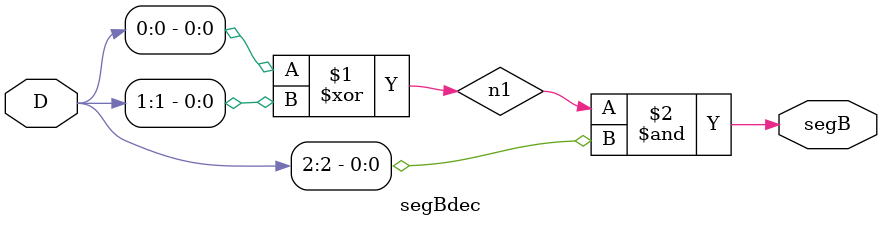
<source format=sv>
module segBdec
(
	input [3:0] D,
	output segB
);

  //////////////////////////////////////////
  // Declare any needed internal signals //
  ////////////////////////////////////////
  logic n1;
  
  //////////////////////////////////////////////////////
  // Write STRUCTURAL verilog to implement segment B //
  ////////////////////////////////////////////////////
  xor iXOR1(n1,D[0],D[1]);
  and iAND1(segB,n1,D[2]);
  
endmodule

</source>
